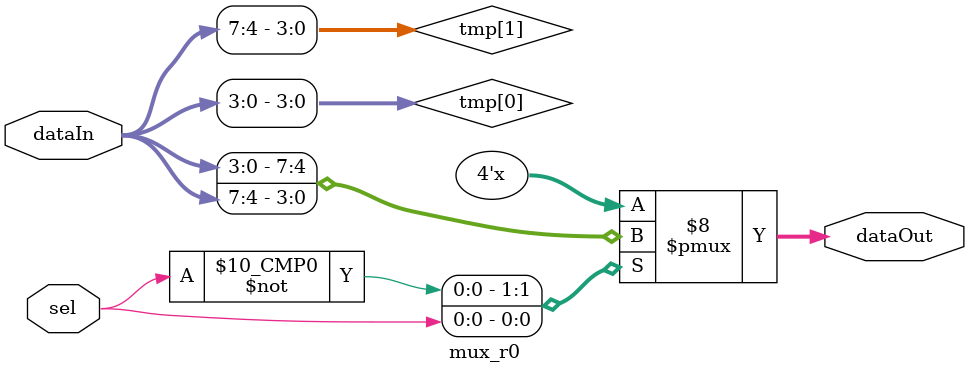
<source format=v>
/*
DESCRIPTION
Generic Mux

NOTES
	BIT_WIDTH 	// number of bits for input(s) and output
	DEPTH 		// number of inputs to the mux
	SEL_WIDTH	// width of the select for the mux
	
	dataIn		// vectorized inputs to the mux
	sel			// select value
	dataOut		// output from the selected input
	
TODO
*/

module mux_r0 #(
	parameter BIT_WIDTH = 4,
	parameter DEPTH = 2,
	parameter SEL_WIDTH = log2(DEPTH)
)(
	input [BIT_WIDTH*DEPTH - 1:0] dataIn,
	input [SEL_WIDTH - 1:0] sel,
	output [BIT_WIDTH - 1:0] dataOut
);

/**********
 *  Array Packing Defines 
 **********/
`define PACK_ARRAY(PK_WIDTH,PK_DEPTH,PK_SRC,PK_DEST, BLOCK_ID, GEN_VAR)    genvar GEN_VAR; generate for (GEN_VAR=0; GEN_VAR<(PK_DEPTH); GEN_VAR=GEN_VAR+1) begin: BLOCK_ID assign PK_DEST[((PK_WIDTH)*GEN_VAR+((PK_WIDTH)-1)):((PK_WIDTH)*GEN_VAR)] = PK_SRC[GEN_VAR][((PK_WIDTH)-1):0]; end endgenerate
`define UNPACK_ARRAY(PK_WIDTH,PK_DEPTH,PK_DEST,PK_SRC, BLOCK_ID, GEN_VAR)  genvar GEN_VAR; generate for (GEN_VAR=0; GEN_VAR<(PK_DEPTH); GEN_VAR=GEN_VAR+1) begin: BLOCK_ID assign PK_DEST[GEN_VAR][((PK_WIDTH)-1):0] = PK_SRC[((PK_WIDTH)*GEN_VAR+(PK_WIDTH-1)):((PK_WIDTH)*GEN_VAR)]; end endgenerate

/**********
 * Internal Signals
 **********/
function integer log2; //This is a macro function (no hardware created) which finds the log2, returns log2
   input [31:0] val; //input to the function
   integer 	i;
   begin
      log2 = 0;
      for(i = 0; 2**i < val; i = i + 1)
		log2 = i + 1;
   end
endfunction 

wire [BIT_WIDTH - 1:0] tmp [DEPTH - 1:0]; //input as array

/**********
 * Glue Logic 
 **********/
`UNPACK_ARRAY(BIT_WIDTH,DEPTH,tmp,dataIn, U_BLK_0, idx_0)
 
/**********
 * Synchronous Logic
 **********/
/**********
 * Glue Logic 
 **********/
/**********
 * Components
 **********/
/**********
 * Output Combinatorial Logic
 **********/
 assign dataOut = tmp[sel];
endmodule
</source>
